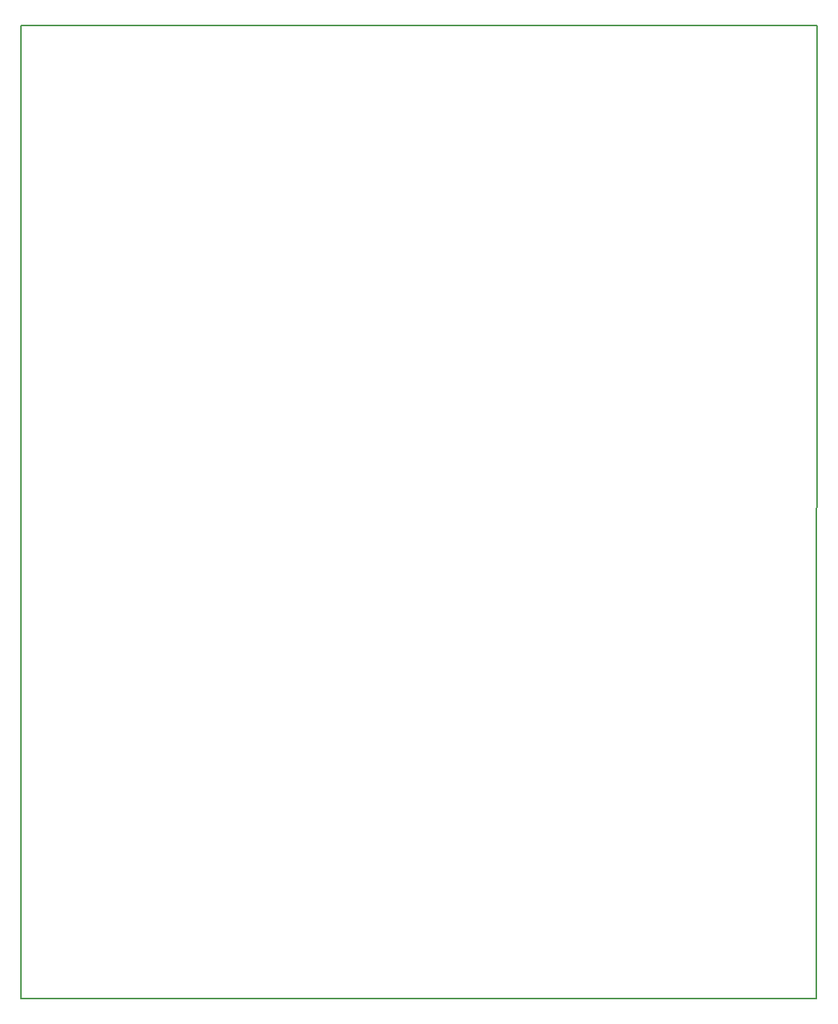
<source format=gm1>
%FSLAX44Y44*%
%MOMM*%
G71*
G01*
G75*
G04 Layer_Color=16711935*
G04:AMPARAMS|DCode=10|XSize=0.5mm|YSize=0.6mm|CornerRadius=0.125mm|HoleSize=0mm|Usage=FLASHONLY|Rotation=0.000|XOffset=0mm|YOffset=0mm|HoleType=Round|Shape=RoundedRectangle|*
%AMROUNDEDRECTD10*
21,1,0.5000,0.3500,0,0,0.0*
21,1,0.2500,0.6000,0,0,0.0*
1,1,0.2500,0.1250,-0.1750*
1,1,0.2500,-0.1250,-0.1750*
1,1,0.2500,-0.1250,0.1750*
1,1,0.2500,0.1250,0.1750*
%
%ADD10ROUNDEDRECTD10*%
%ADD11R,0.6000X0.6000*%
%ADD12R,0.6000X0.6000*%
G04:AMPARAMS|DCode=13|XSize=0.5mm|YSize=0.6mm|CornerRadius=0.125mm|HoleSize=0mm|Usage=FLASHONLY|Rotation=270.000|XOffset=0mm|YOffset=0mm|HoleType=Round|Shape=RoundedRectangle|*
%AMROUNDEDRECTD13*
21,1,0.5000,0.3500,0,0,270.0*
21,1,0.2500,0.6000,0,0,270.0*
1,1,0.2500,-0.1750,-0.1250*
1,1,0.2500,-0.1750,0.1250*
1,1,0.2500,0.1750,0.1250*
1,1,0.2500,0.1750,-0.1250*
%
%ADD13ROUNDEDRECTD13*%
%ADD14R,1.0200X3.3000*%
%ADD15R,1.1000X2.6000*%
%ADD16R,2.6000X1.1000*%
%ADD17R,0.3050X2.6000*%
%ADD18R,3.3000X1.0200*%
%ADD19R,0.3500X0.8500*%
%ADD20R,0.8500X0.3500*%
%ADD21R,1.1000X1.4000*%
%ADD22R,1.4000X1.1000*%
%ADD23R,1.8000X1.1500*%
%ADD24R,0.4200X1.2200*%
%ADD25R,0.6000X1.8000*%
%ADD26R,1.2200X0.4200*%
%ADD27R,1.8000X0.6000*%
%ADD28C,0.3048*%
%ADD29C,0.5080*%
%ADD30C,0.2083*%
%ADD31C,0.1524*%
%ADD32C,0.1778*%
%ADD33C,0.2540*%
%ADD34C,0.2032*%
%ADD35C,8.0000*%
%ADD36C,2.2000*%
%ADD37C,1.8200*%
%ADD38C,0.4572*%
%ADD39C,0.8128*%
%ADD40C,0.4928*%
%ADD41C,0.4851*%
%ADD42C,1.0160*%
%ADD43C,4.8260*%
%ADD44C,3.2160*%
%ADD45C,2.8360*%
%ADD46C,2.1844*%
%ADD47C,1.2700*%
G04:AMPARAMS|DCode=48|XSize=1.5748mm|YSize=1.5748mm|CornerRadius=0mm|HoleSize=0mm|Usage=FLASHONLY|Rotation=0.000|XOffset=0mm|YOffset=0mm|HoleType=Round|Shape=Relief|Width=0.254mm|Gap=0.1524mm|Entries=4|*
%AMTHD48*
7,0,0,1.5748,1.2700,0.2540,45*
%
%ADD48THD48*%
G04:AMPARAMS|DCode=49|XSize=1.7272mm|YSize=1.7272mm|CornerRadius=0mm|HoleSize=0mm|Usage=FLASHONLY|Rotation=0.000|XOffset=0mm|YOffset=0mm|HoleType=Round|Shape=Relief|Width=0.254mm|Gap=0.1524mm|Entries=4|*
%AMTHD49*
7,0,0,1.7272,1.4224,0.2540,45*
%
%ADD49THD49*%
%ADD50C,1.4224*%
%ADD51R,0.4064X2.1590*%
%ADD52R,18.0340X0.5080*%
%ADD53R,1.8000X1.8000*%
%ADD54C,0.2500*%
%ADD55C,0.6000*%
%ADD56C,0.2000*%
%ADD57C,0.1000*%
%ADD58C,0.1016*%
G04:AMPARAMS|DCode=59|XSize=0.7032mm|YSize=0.8032mm|CornerRadius=0.1758mm|HoleSize=0mm|Usage=FLASHONLY|Rotation=0.000|XOffset=0mm|YOffset=0mm|HoleType=Round|Shape=RoundedRectangle|*
%AMROUNDEDRECTD59*
21,1,0.7032,0.4516,0,0,0.0*
21,1,0.3516,0.8032,0,0,0.0*
1,1,0.3516,0.1758,-0.2258*
1,1,0.3516,-0.1758,-0.2258*
1,1,0.3516,-0.1758,0.2258*
1,1,0.3516,0.1758,0.2258*
%
%ADD59ROUNDEDRECTD59*%
%ADD60R,0.8032X0.8032*%
%ADD61R,0.8032X0.8032*%
G04:AMPARAMS|DCode=62|XSize=0.7032mm|YSize=0.8032mm|CornerRadius=0.1758mm|HoleSize=0mm|Usage=FLASHONLY|Rotation=270.000|XOffset=0mm|YOffset=0mm|HoleType=Round|Shape=RoundedRectangle|*
%AMROUNDEDRECTD62*
21,1,0.7032,0.4516,0,0,270.0*
21,1,0.3516,0.8032,0,0,270.0*
1,1,0.3516,-0.2258,-0.1758*
1,1,0.3516,-0.2258,0.1758*
1,1,0.3516,0.2258,0.1758*
1,1,0.3516,0.2258,-0.1758*
%
%ADD62ROUNDEDRECTD62*%
%ADD63R,1.2232X3.5032*%
%ADD64R,1.3032X2.8032*%
%ADD65R,2.8032X1.3032*%
%ADD66R,0.5082X2.8032*%
%ADD67R,3.5032X1.2232*%
%ADD68R,0.5532X1.0532*%
%ADD69R,1.0532X0.5532*%
%ADD70R,1.3032X1.6032*%
%ADD71R,1.6032X1.3032*%
%ADD72R,2.0032X1.3532*%
%ADD73R,0.6232X1.4232*%
%ADD74R,0.8032X2.0032*%
%ADD75R,1.4232X0.6232*%
%ADD76R,2.0032X0.8032*%
%ADD77C,8.2032*%
%ADD78C,2.4032*%
%ADD79C,2.0232*%
%ADD80C,0.2032*%
%ADD81C,0.6604*%
%ADD82C,1.0160*%
%ADD83C,0.6960*%
%ADD84C,0.6883*%
%ADD85R,0.6096X2.3622*%
%ADD86R,18.2372X0.7112*%
%ADD87R,2.0032X2.0032*%
D34*
X0Y0D02*
X900000D01*
X901000Y1100000D01*
X0D02*
X901000D01*
X0Y0D02*
Y1100000D01*
M02*

</source>
